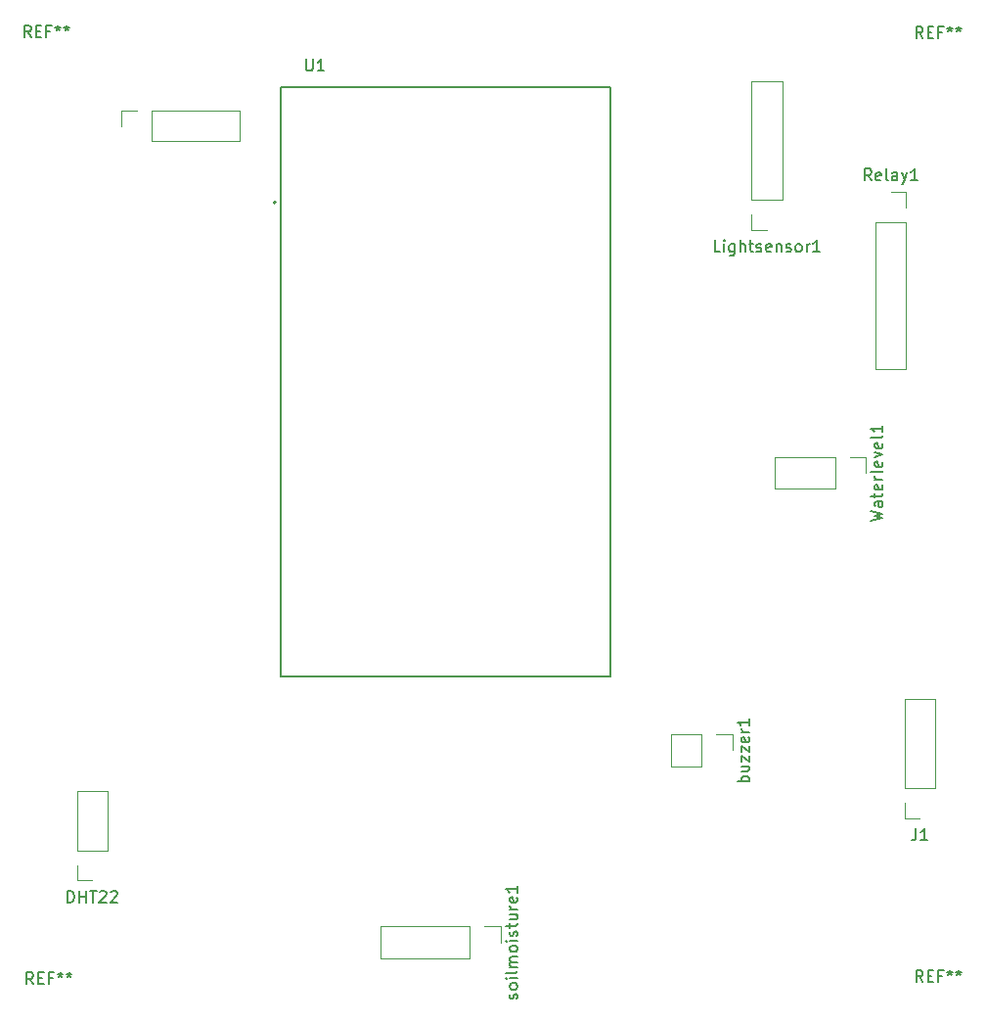
<source format=gto>
%TF.GenerationSoftware,KiCad,Pcbnew,9.0.4*%
%TF.CreationDate,2025-11-06T03:01:08+05:30*%
%TF.ProjectId,project005,70726f6a-6563-4743-9030-352e6b696361,rev?*%
%TF.SameCoordinates,Original*%
%TF.FileFunction,Legend,Top*%
%TF.FilePolarity,Positive*%
%FSLAX46Y46*%
G04 Gerber Fmt 4.6, Leading zero omitted, Abs format (unit mm)*
G04 Created by KiCad (PCBNEW 9.0.4) date 2025-11-06 03:01:08*
%MOMM*%
%LPD*%
G01*
G04 APERTURE LIST*
%ADD10C,0.150000*%
%ADD11C,0.120000*%
%ADD12C,0.127000*%
%ADD13C,0.200000*%
G04 APERTURE END LIST*
D10*
X159866666Y-53404819D02*
X159533333Y-52928628D01*
X159295238Y-53404819D02*
X159295238Y-52404819D01*
X159295238Y-52404819D02*
X159676190Y-52404819D01*
X159676190Y-52404819D02*
X159771428Y-52452438D01*
X159771428Y-52452438D02*
X159819047Y-52500057D01*
X159819047Y-52500057D02*
X159866666Y-52595295D01*
X159866666Y-52595295D02*
X159866666Y-52738152D01*
X159866666Y-52738152D02*
X159819047Y-52833390D01*
X159819047Y-52833390D02*
X159771428Y-52881009D01*
X159771428Y-52881009D02*
X159676190Y-52928628D01*
X159676190Y-52928628D02*
X159295238Y-52928628D01*
X160295238Y-52881009D02*
X160628571Y-52881009D01*
X160771428Y-53404819D02*
X160295238Y-53404819D01*
X160295238Y-53404819D02*
X160295238Y-52404819D01*
X160295238Y-52404819D02*
X160771428Y-52404819D01*
X161533333Y-52881009D02*
X161200000Y-52881009D01*
X161200000Y-53404819D02*
X161200000Y-52404819D01*
X161200000Y-52404819D02*
X161676190Y-52404819D01*
X162200000Y-52404819D02*
X162200000Y-52642914D01*
X161961905Y-52547676D02*
X162200000Y-52642914D01*
X162200000Y-52642914D02*
X162438095Y-52547676D01*
X162057143Y-52833390D02*
X162200000Y-52642914D01*
X162200000Y-52642914D02*
X162342857Y-52833390D01*
X162961905Y-52404819D02*
X162961905Y-52642914D01*
X162723810Y-52547676D02*
X162961905Y-52642914D01*
X162961905Y-52642914D02*
X163200000Y-52547676D01*
X162819048Y-52833390D02*
X162961905Y-52642914D01*
X162961905Y-52642914D02*
X163104762Y-52833390D01*
X142327380Y-71874819D02*
X141851190Y-71874819D01*
X141851190Y-71874819D02*
X141851190Y-70874819D01*
X142660714Y-71874819D02*
X142660714Y-71208152D01*
X142660714Y-70874819D02*
X142613095Y-70922438D01*
X142613095Y-70922438D02*
X142660714Y-70970057D01*
X142660714Y-70970057D02*
X142708333Y-70922438D01*
X142708333Y-70922438D02*
X142660714Y-70874819D01*
X142660714Y-70874819D02*
X142660714Y-70970057D01*
X143565475Y-71208152D02*
X143565475Y-72017676D01*
X143565475Y-72017676D02*
X143517856Y-72112914D01*
X143517856Y-72112914D02*
X143470237Y-72160533D01*
X143470237Y-72160533D02*
X143374999Y-72208152D01*
X143374999Y-72208152D02*
X143232142Y-72208152D01*
X143232142Y-72208152D02*
X143136904Y-72160533D01*
X143565475Y-71827200D02*
X143470237Y-71874819D01*
X143470237Y-71874819D02*
X143279761Y-71874819D01*
X143279761Y-71874819D02*
X143184523Y-71827200D01*
X143184523Y-71827200D02*
X143136904Y-71779580D01*
X143136904Y-71779580D02*
X143089285Y-71684342D01*
X143089285Y-71684342D02*
X143089285Y-71398628D01*
X143089285Y-71398628D02*
X143136904Y-71303390D01*
X143136904Y-71303390D02*
X143184523Y-71255771D01*
X143184523Y-71255771D02*
X143279761Y-71208152D01*
X143279761Y-71208152D02*
X143470237Y-71208152D01*
X143470237Y-71208152D02*
X143565475Y-71255771D01*
X144041666Y-71874819D02*
X144041666Y-70874819D01*
X144470237Y-71874819D02*
X144470237Y-71351009D01*
X144470237Y-71351009D02*
X144422618Y-71255771D01*
X144422618Y-71255771D02*
X144327380Y-71208152D01*
X144327380Y-71208152D02*
X144184523Y-71208152D01*
X144184523Y-71208152D02*
X144089285Y-71255771D01*
X144089285Y-71255771D02*
X144041666Y-71303390D01*
X144803571Y-71208152D02*
X145184523Y-71208152D01*
X144946428Y-70874819D02*
X144946428Y-71731961D01*
X144946428Y-71731961D02*
X144994047Y-71827200D01*
X144994047Y-71827200D02*
X145089285Y-71874819D01*
X145089285Y-71874819D02*
X145184523Y-71874819D01*
X145470238Y-71827200D02*
X145565476Y-71874819D01*
X145565476Y-71874819D02*
X145755952Y-71874819D01*
X145755952Y-71874819D02*
X145851190Y-71827200D01*
X145851190Y-71827200D02*
X145898809Y-71731961D01*
X145898809Y-71731961D02*
X145898809Y-71684342D01*
X145898809Y-71684342D02*
X145851190Y-71589104D01*
X145851190Y-71589104D02*
X145755952Y-71541485D01*
X145755952Y-71541485D02*
X145613095Y-71541485D01*
X145613095Y-71541485D02*
X145517857Y-71493866D01*
X145517857Y-71493866D02*
X145470238Y-71398628D01*
X145470238Y-71398628D02*
X145470238Y-71351009D01*
X145470238Y-71351009D02*
X145517857Y-71255771D01*
X145517857Y-71255771D02*
X145613095Y-71208152D01*
X145613095Y-71208152D02*
X145755952Y-71208152D01*
X145755952Y-71208152D02*
X145851190Y-71255771D01*
X146708333Y-71827200D02*
X146613095Y-71874819D01*
X146613095Y-71874819D02*
X146422619Y-71874819D01*
X146422619Y-71874819D02*
X146327381Y-71827200D01*
X146327381Y-71827200D02*
X146279762Y-71731961D01*
X146279762Y-71731961D02*
X146279762Y-71351009D01*
X146279762Y-71351009D02*
X146327381Y-71255771D01*
X146327381Y-71255771D02*
X146422619Y-71208152D01*
X146422619Y-71208152D02*
X146613095Y-71208152D01*
X146613095Y-71208152D02*
X146708333Y-71255771D01*
X146708333Y-71255771D02*
X146755952Y-71351009D01*
X146755952Y-71351009D02*
X146755952Y-71446247D01*
X146755952Y-71446247D02*
X146279762Y-71541485D01*
X147184524Y-71208152D02*
X147184524Y-71874819D01*
X147184524Y-71303390D02*
X147232143Y-71255771D01*
X147232143Y-71255771D02*
X147327381Y-71208152D01*
X147327381Y-71208152D02*
X147470238Y-71208152D01*
X147470238Y-71208152D02*
X147565476Y-71255771D01*
X147565476Y-71255771D02*
X147613095Y-71351009D01*
X147613095Y-71351009D02*
X147613095Y-71874819D01*
X148041667Y-71827200D02*
X148136905Y-71874819D01*
X148136905Y-71874819D02*
X148327381Y-71874819D01*
X148327381Y-71874819D02*
X148422619Y-71827200D01*
X148422619Y-71827200D02*
X148470238Y-71731961D01*
X148470238Y-71731961D02*
X148470238Y-71684342D01*
X148470238Y-71684342D02*
X148422619Y-71589104D01*
X148422619Y-71589104D02*
X148327381Y-71541485D01*
X148327381Y-71541485D02*
X148184524Y-71541485D01*
X148184524Y-71541485D02*
X148089286Y-71493866D01*
X148089286Y-71493866D02*
X148041667Y-71398628D01*
X148041667Y-71398628D02*
X148041667Y-71351009D01*
X148041667Y-71351009D02*
X148089286Y-71255771D01*
X148089286Y-71255771D02*
X148184524Y-71208152D01*
X148184524Y-71208152D02*
X148327381Y-71208152D01*
X148327381Y-71208152D02*
X148422619Y-71255771D01*
X149041667Y-71874819D02*
X148946429Y-71827200D01*
X148946429Y-71827200D02*
X148898810Y-71779580D01*
X148898810Y-71779580D02*
X148851191Y-71684342D01*
X148851191Y-71684342D02*
X148851191Y-71398628D01*
X148851191Y-71398628D02*
X148898810Y-71303390D01*
X148898810Y-71303390D02*
X148946429Y-71255771D01*
X148946429Y-71255771D02*
X149041667Y-71208152D01*
X149041667Y-71208152D02*
X149184524Y-71208152D01*
X149184524Y-71208152D02*
X149279762Y-71255771D01*
X149279762Y-71255771D02*
X149327381Y-71303390D01*
X149327381Y-71303390D02*
X149375000Y-71398628D01*
X149375000Y-71398628D02*
X149375000Y-71684342D01*
X149375000Y-71684342D02*
X149327381Y-71779580D01*
X149327381Y-71779580D02*
X149279762Y-71827200D01*
X149279762Y-71827200D02*
X149184524Y-71874819D01*
X149184524Y-71874819D02*
X149041667Y-71874819D01*
X149803572Y-71874819D02*
X149803572Y-71208152D01*
X149803572Y-71398628D02*
X149851191Y-71303390D01*
X149851191Y-71303390D02*
X149898810Y-71255771D01*
X149898810Y-71255771D02*
X149994048Y-71208152D01*
X149994048Y-71208152D02*
X150089286Y-71208152D01*
X150946429Y-71874819D02*
X150375001Y-71874819D01*
X150660715Y-71874819D02*
X150660715Y-70874819D01*
X150660715Y-70874819D02*
X150565477Y-71017676D01*
X150565477Y-71017676D02*
X150470239Y-71112914D01*
X150470239Y-71112914D02*
X150375001Y-71160533D01*
X159866666Y-135004819D02*
X159533333Y-134528628D01*
X159295238Y-135004819D02*
X159295238Y-134004819D01*
X159295238Y-134004819D02*
X159676190Y-134004819D01*
X159676190Y-134004819D02*
X159771428Y-134052438D01*
X159771428Y-134052438D02*
X159819047Y-134100057D01*
X159819047Y-134100057D02*
X159866666Y-134195295D01*
X159866666Y-134195295D02*
X159866666Y-134338152D01*
X159866666Y-134338152D02*
X159819047Y-134433390D01*
X159819047Y-134433390D02*
X159771428Y-134481009D01*
X159771428Y-134481009D02*
X159676190Y-134528628D01*
X159676190Y-134528628D02*
X159295238Y-134528628D01*
X160295238Y-134481009D02*
X160628571Y-134481009D01*
X160771428Y-135004819D02*
X160295238Y-135004819D01*
X160295238Y-135004819D02*
X160295238Y-134004819D01*
X160295238Y-134004819D02*
X160771428Y-134004819D01*
X161533333Y-134481009D02*
X161200000Y-134481009D01*
X161200000Y-135004819D02*
X161200000Y-134004819D01*
X161200000Y-134004819D02*
X161676190Y-134004819D01*
X162200000Y-134004819D02*
X162200000Y-134242914D01*
X161961905Y-134147676D02*
X162200000Y-134242914D01*
X162200000Y-134242914D02*
X162438095Y-134147676D01*
X162057143Y-134433390D02*
X162200000Y-134242914D01*
X162200000Y-134242914D02*
X162342857Y-134433390D01*
X162961905Y-134004819D02*
X162961905Y-134242914D01*
X162723810Y-134147676D02*
X162961905Y-134242914D01*
X162961905Y-134242914D02*
X163200000Y-134147676D01*
X162819048Y-134433390D02*
X162961905Y-134242914D01*
X162961905Y-134242914D02*
X163104762Y-134433390D01*
X82866666Y-135204819D02*
X82533333Y-134728628D01*
X82295238Y-135204819D02*
X82295238Y-134204819D01*
X82295238Y-134204819D02*
X82676190Y-134204819D01*
X82676190Y-134204819D02*
X82771428Y-134252438D01*
X82771428Y-134252438D02*
X82819047Y-134300057D01*
X82819047Y-134300057D02*
X82866666Y-134395295D01*
X82866666Y-134395295D02*
X82866666Y-134538152D01*
X82866666Y-134538152D02*
X82819047Y-134633390D01*
X82819047Y-134633390D02*
X82771428Y-134681009D01*
X82771428Y-134681009D02*
X82676190Y-134728628D01*
X82676190Y-134728628D02*
X82295238Y-134728628D01*
X83295238Y-134681009D02*
X83628571Y-134681009D01*
X83771428Y-135204819D02*
X83295238Y-135204819D01*
X83295238Y-135204819D02*
X83295238Y-134204819D01*
X83295238Y-134204819D02*
X83771428Y-134204819D01*
X84533333Y-134681009D02*
X84200000Y-134681009D01*
X84200000Y-135204819D02*
X84200000Y-134204819D01*
X84200000Y-134204819D02*
X84676190Y-134204819D01*
X85200000Y-134204819D02*
X85200000Y-134442914D01*
X84961905Y-134347676D02*
X85200000Y-134442914D01*
X85200000Y-134442914D02*
X85438095Y-134347676D01*
X85057143Y-134633390D02*
X85200000Y-134442914D01*
X85200000Y-134442914D02*
X85342857Y-134633390D01*
X85961905Y-134204819D02*
X85961905Y-134442914D01*
X85723810Y-134347676D02*
X85961905Y-134442914D01*
X85961905Y-134442914D02*
X86200000Y-134347676D01*
X85819048Y-134633390D02*
X85961905Y-134442914D01*
X85961905Y-134442914D02*
X86104762Y-134633390D01*
X155374819Y-95142857D02*
X156374819Y-94904762D01*
X156374819Y-94904762D02*
X155660533Y-94714286D01*
X155660533Y-94714286D02*
X156374819Y-94523810D01*
X156374819Y-94523810D02*
X155374819Y-94285715D01*
X156374819Y-93476191D02*
X155851009Y-93476191D01*
X155851009Y-93476191D02*
X155755771Y-93523810D01*
X155755771Y-93523810D02*
X155708152Y-93619048D01*
X155708152Y-93619048D02*
X155708152Y-93809524D01*
X155708152Y-93809524D02*
X155755771Y-93904762D01*
X156327200Y-93476191D02*
X156374819Y-93571429D01*
X156374819Y-93571429D02*
X156374819Y-93809524D01*
X156374819Y-93809524D02*
X156327200Y-93904762D01*
X156327200Y-93904762D02*
X156231961Y-93952381D01*
X156231961Y-93952381D02*
X156136723Y-93952381D01*
X156136723Y-93952381D02*
X156041485Y-93904762D01*
X156041485Y-93904762D02*
X155993866Y-93809524D01*
X155993866Y-93809524D02*
X155993866Y-93571429D01*
X155993866Y-93571429D02*
X155946247Y-93476191D01*
X155708152Y-93142857D02*
X155708152Y-92761905D01*
X155374819Y-93000000D02*
X156231961Y-93000000D01*
X156231961Y-93000000D02*
X156327200Y-92952381D01*
X156327200Y-92952381D02*
X156374819Y-92857143D01*
X156374819Y-92857143D02*
X156374819Y-92761905D01*
X156327200Y-92047619D02*
X156374819Y-92142857D01*
X156374819Y-92142857D02*
X156374819Y-92333333D01*
X156374819Y-92333333D02*
X156327200Y-92428571D01*
X156327200Y-92428571D02*
X156231961Y-92476190D01*
X156231961Y-92476190D02*
X155851009Y-92476190D01*
X155851009Y-92476190D02*
X155755771Y-92428571D01*
X155755771Y-92428571D02*
X155708152Y-92333333D01*
X155708152Y-92333333D02*
X155708152Y-92142857D01*
X155708152Y-92142857D02*
X155755771Y-92047619D01*
X155755771Y-92047619D02*
X155851009Y-92000000D01*
X155851009Y-92000000D02*
X155946247Y-92000000D01*
X155946247Y-92000000D02*
X156041485Y-92476190D01*
X156374819Y-91571428D02*
X155708152Y-91571428D01*
X155898628Y-91571428D02*
X155803390Y-91523809D01*
X155803390Y-91523809D02*
X155755771Y-91476190D01*
X155755771Y-91476190D02*
X155708152Y-91380952D01*
X155708152Y-91380952D02*
X155708152Y-91285714D01*
X156374819Y-90809523D02*
X156327200Y-90904761D01*
X156327200Y-90904761D02*
X156231961Y-90952380D01*
X156231961Y-90952380D02*
X155374819Y-90952380D01*
X156327200Y-90047618D02*
X156374819Y-90142856D01*
X156374819Y-90142856D02*
X156374819Y-90333332D01*
X156374819Y-90333332D02*
X156327200Y-90428570D01*
X156327200Y-90428570D02*
X156231961Y-90476189D01*
X156231961Y-90476189D02*
X155851009Y-90476189D01*
X155851009Y-90476189D02*
X155755771Y-90428570D01*
X155755771Y-90428570D02*
X155708152Y-90333332D01*
X155708152Y-90333332D02*
X155708152Y-90142856D01*
X155708152Y-90142856D02*
X155755771Y-90047618D01*
X155755771Y-90047618D02*
X155851009Y-89999999D01*
X155851009Y-89999999D02*
X155946247Y-89999999D01*
X155946247Y-89999999D02*
X156041485Y-90476189D01*
X155708152Y-89666665D02*
X156374819Y-89428570D01*
X156374819Y-89428570D02*
X155708152Y-89190475D01*
X156327200Y-88428570D02*
X156374819Y-88523808D01*
X156374819Y-88523808D02*
X156374819Y-88714284D01*
X156374819Y-88714284D02*
X156327200Y-88809522D01*
X156327200Y-88809522D02*
X156231961Y-88857141D01*
X156231961Y-88857141D02*
X155851009Y-88857141D01*
X155851009Y-88857141D02*
X155755771Y-88809522D01*
X155755771Y-88809522D02*
X155708152Y-88714284D01*
X155708152Y-88714284D02*
X155708152Y-88523808D01*
X155708152Y-88523808D02*
X155755771Y-88428570D01*
X155755771Y-88428570D02*
X155851009Y-88380951D01*
X155851009Y-88380951D02*
X155946247Y-88380951D01*
X155946247Y-88380951D02*
X156041485Y-88857141D01*
X156374819Y-87809522D02*
X156327200Y-87904760D01*
X156327200Y-87904760D02*
X156231961Y-87952379D01*
X156231961Y-87952379D02*
X155374819Y-87952379D01*
X156374819Y-86904760D02*
X156374819Y-87476188D01*
X156374819Y-87190474D02*
X155374819Y-87190474D01*
X155374819Y-87190474D02*
X155517676Y-87285712D01*
X155517676Y-87285712D02*
X155612914Y-87380950D01*
X155612914Y-87380950D02*
X155660533Y-87476188D01*
X82666666Y-53304819D02*
X82333333Y-52828628D01*
X82095238Y-53304819D02*
X82095238Y-52304819D01*
X82095238Y-52304819D02*
X82476190Y-52304819D01*
X82476190Y-52304819D02*
X82571428Y-52352438D01*
X82571428Y-52352438D02*
X82619047Y-52400057D01*
X82619047Y-52400057D02*
X82666666Y-52495295D01*
X82666666Y-52495295D02*
X82666666Y-52638152D01*
X82666666Y-52638152D02*
X82619047Y-52733390D01*
X82619047Y-52733390D02*
X82571428Y-52781009D01*
X82571428Y-52781009D02*
X82476190Y-52828628D01*
X82476190Y-52828628D02*
X82095238Y-52828628D01*
X83095238Y-52781009D02*
X83428571Y-52781009D01*
X83571428Y-53304819D02*
X83095238Y-53304819D01*
X83095238Y-53304819D02*
X83095238Y-52304819D01*
X83095238Y-52304819D02*
X83571428Y-52304819D01*
X84333333Y-52781009D02*
X84000000Y-52781009D01*
X84000000Y-53304819D02*
X84000000Y-52304819D01*
X84000000Y-52304819D02*
X84476190Y-52304819D01*
X85000000Y-52304819D02*
X85000000Y-52542914D01*
X84761905Y-52447676D02*
X85000000Y-52542914D01*
X85000000Y-52542914D02*
X85238095Y-52447676D01*
X84857143Y-52733390D02*
X85000000Y-52542914D01*
X85000000Y-52542914D02*
X85142857Y-52733390D01*
X85761905Y-52304819D02*
X85761905Y-52542914D01*
X85523810Y-52447676D02*
X85761905Y-52542914D01*
X85761905Y-52542914D02*
X86000000Y-52447676D01*
X85619048Y-52733390D02*
X85761905Y-52542914D01*
X85761905Y-52542914D02*
X85904762Y-52733390D01*
X85855952Y-128149819D02*
X85855952Y-127149819D01*
X85855952Y-127149819D02*
X86094047Y-127149819D01*
X86094047Y-127149819D02*
X86236904Y-127197438D01*
X86236904Y-127197438D02*
X86332142Y-127292676D01*
X86332142Y-127292676D02*
X86379761Y-127387914D01*
X86379761Y-127387914D02*
X86427380Y-127578390D01*
X86427380Y-127578390D02*
X86427380Y-127721247D01*
X86427380Y-127721247D02*
X86379761Y-127911723D01*
X86379761Y-127911723D02*
X86332142Y-128006961D01*
X86332142Y-128006961D02*
X86236904Y-128102200D01*
X86236904Y-128102200D02*
X86094047Y-128149819D01*
X86094047Y-128149819D02*
X85855952Y-128149819D01*
X86855952Y-128149819D02*
X86855952Y-127149819D01*
X86855952Y-127626009D02*
X87427380Y-127626009D01*
X87427380Y-128149819D02*
X87427380Y-127149819D01*
X87760714Y-127149819D02*
X88332142Y-127149819D01*
X88046428Y-128149819D02*
X88046428Y-127149819D01*
X88617857Y-127245057D02*
X88665476Y-127197438D01*
X88665476Y-127197438D02*
X88760714Y-127149819D01*
X88760714Y-127149819D02*
X88998809Y-127149819D01*
X88998809Y-127149819D02*
X89094047Y-127197438D01*
X89094047Y-127197438D02*
X89141666Y-127245057D01*
X89141666Y-127245057D02*
X89189285Y-127340295D01*
X89189285Y-127340295D02*
X89189285Y-127435533D01*
X89189285Y-127435533D02*
X89141666Y-127578390D01*
X89141666Y-127578390D02*
X88570238Y-128149819D01*
X88570238Y-128149819D02*
X89189285Y-128149819D01*
X89570238Y-127245057D02*
X89617857Y-127197438D01*
X89617857Y-127197438D02*
X89713095Y-127149819D01*
X89713095Y-127149819D02*
X89951190Y-127149819D01*
X89951190Y-127149819D02*
X90046428Y-127197438D01*
X90046428Y-127197438D02*
X90094047Y-127245057D01*
X90094047Y-127245057D02*
X90141666Y-127340295D01*
X90141666Y-127340295D02*
X90141666Y-127435533D01*
X90141666Y-127435533D02*
X90094047Y-127578390D01*
X90094047Y-127578390D02*
X89522619Y-128149819D01*
X89522619Y-128149819D02*
X90141666Y-128149819D01*
X124727200Y-136480952D02*
X124774819Y-136385714D01*
X124774819Y-136385714D02*
X124774819Y-136195238D01*
X124774819Y-136195238D02*
X124727200Y-136100000D01*
X124727200Y-136100000D02*
X124631961Y-136052381D01*
X124631961Y-136052381D02*
X124584342Y-136052381D01*
X124584342Y-136052381D02*
X124489104Y-136100000D01*
X124489104Y-136100000D02*
X124441485Y-136195238D01*
X124441485Y-136195238D02*
X124441485Y-136338095D01*
X124441485Y-136338095D02*
X124393866Y-136433333D01*
X124393866Y-136433333D02*
X124298628Y-136480952D01*
X124298628Y-136480952D02*
X124251009Y-136480952D01*
X124251009Y-136480952D02*
X124155771Y-136433333D01*
X124155771Y-136433333D02*
X124108152Y-136338095D01*
X124108152Y-136338095D02*
X124108152Y-136195238D01*
X124108152Y-136195238D02*
X124155771Y-136100000D01*
X124774819Y-135480952D02*
X124727200Y-135576190D01*
X124727200Y-135576190D02*
X124679580Y-135623809D01*
X124679580Y-135623809D02*
X124584342Y-135671428D01*
X124584342Y-135671428D02*
X124298628Y-135671428D01*
X124298628Y-135671428D02*
X124203390Y-135623809D01*
X124203390Y-135623809D02*
X124155771Y-135576190D01*
X124155771Y-135576190D02*
X124108152Y-135480952D01*
X124108152Y-135480952D02*
X124108152Y-135338095D01*
X124108152Y-135338095D02*
X124155771Y-135242857D01*
X124155771Y-135242857D02*
X124203390Y-135195238D01*
X124203390Y-135195238D02*
X124298628Y-135147619D01*
X124298628Y-135147619D02*
X124584342Y-135147619D01*
X124584342Y-135147619D02*
X124679580Y-135195238D01*
X124679580Y-135195238D02*
X124727200Y-135242857D01*
X124727200Y-135242857D02*
X124774819Y-135338095D01*
X124774819Y-135338095D02*
X124774819Y-135480952D01*
X124774819Y-134719047D02*
X124108152Y-134719047D01*
X123774819Y-134719047D02*
X123822438Y-134766666D01*
X123822438Y-134766666D02*
X123870057Y-134719047D01*
X123870057Y-134719047D02*
X123822438Y-134671428D01*
X123822438Y-134671428D02*
X123774819Y-134719047D01*
X123774819Y-134719047D02*
X123870057Y-134719047D01*
X124774819Y-134100000D02*
X124727200Y-134195238D01*
X124727200Y-134195238D02*
X124631961Y-134242857D01*
X124631961Y-134242857D02*
X123774819Y-134242857D01*
X124774819Y-133719047D02*
X124108152Y-133719047D01*
X124203390Y-133719047D02*
X124155771Y-133671428D01*
X124155771Y-133671428D02*
X124108152Y-133576190D01*
X124108152Y-133576190D02*
X124108152Y-133433333D01*
X124108152Y-133433333D02*
X124155771Y-133338095D01*
X124155771Y-133338095D02*
X124251009Y-133290476D01*
X124251009Y-133290476D02*
X124774819Y-133290476D01*
X124251009Y-133290476D02*
X124155771Y-133242857D01*
X124155771Y-133242857D02*
X124108152Y-133147619D01*
X124108152Y-133147619D02*
X124108152Y-133004762D01*
X124108152Y-133004762D02*
X124155771Y-132909523D01*
X124155771Y-132909523D02*
X124251009Y-132861904D01*
X124251009Y-132861904D02*
X124774819Y-132861904D01*
X124774819Y-132242857D02*
X124727200Y-132338095D01*
X124727200Y-132338095D02*
X124679580Y-132385714D01*
X124679580Y-132385714D02*
X124584342Y-132433333D01*
X124584342Y-132433333D02*
X124298628Y-132433333D01*
X124298628Y-132433333D02*
X124203390Y-132385714D01*
X124203390Y-132385714D02*
X124155771Y-132338095D01*
X124155771Y-132338095D02*
X124108152Y-132242857D01*
X124108152Y-132242857D02*
X124108152Y-132100000D01*
X124108152Y-132100000D02*
X124155771Y-132004762D01*
X124155771Y-132004762D02*
X124203390Y-131957143D01*
X124203390Y-131957143D02*
X124298628Y-131909524D01*
X124298628Y-131909524D02*
X124584342Y-131909524D01*
X124584342Y-131909524D02*
X124679580Y-131957143D01*
X124679580Y-131957143D02*
X124727200Y-132004762D01*
X124727200Y-132004762D02*
X124774819Y-132100000D01*
X124774819Y-132100000D02*
X124774819Y-132242857D01*
X124774819Y-131480952D02*
X124108152Y-131480952D01*
X123774819Y-131480952D02*
X123822438Y-131528571D01*
X123822438Y-131528571D02*
X123870057Y-131480952D01*
X123870057Y-131480952D02*
X123822438Y-131433333D01*
X123822438Y-131433333D02*
X123774819Y-131480952D01*
X123774819Y-131480952D02*
X123870057Y-131480952D01*
X124727200Y-131052381D02*
X124774819Y-130957143D01*
X124774819Y-130957143D02*
X124774819Y-130766667D01*
X124774819Y-130766667D02*
X124727200Y-130671429D01*
X124727200Y-130671429D02*
X124631961Y-130623810D01*
X124631961Y-130623810D02*
X124584342Y-130623810D01*
X124584342Y-130623810D02*
X124489104Y-130671429D01*
X124489104Y-130671429D02*
X124441485Y-130766667D01*
X124441485Y-130766667D02*
X124441485Y-130909524D01*
X124441485Y-130909524D02*
X124393866Y-131004762D01*
X124393866Y-131004762D02*
X124298628Y-131052381D01*
X124298628Y-131052381D02*
X124251009Y-131052381D01*
X124251009Y-131052381D02*
X124155771Y-131004762D01*
X124155771Y-131004762D02*
X124108152Y-130909524D01*
X124108152Y-130909524D02*
X124108152Y-130766667D01*
X124108152Y-130766667D02*
X124155771Y-130671429D01*
X124108152Y-130338095D02*
X124108152Y-129957143D01*
X123774819Y-130195238D02*
X124631961Y-130195238D01*
X124631961Y-130195238D02*
X124727200Y-130147619D01*
X124727200Y-130147619D02*
X124774819Y-130052381D01*
X124774819Y-130052381D02*
X124774819Y-129957143D01*
X124108152Y-129195238D02*
X124774819Y-129195238D01*
X124108152Y-129623809D02*
X124631961Y-129623809D01*
X124631961Y-129623809D02*
X124727200Y-129576190D01*
X124727200Y-129576190D02*
X124774819Y-129480952D01*
X124774819Y-129480952D02*
X124774819Y-129338095D01*
X124774819Y-129338095D02*
X124727200Y-129242857D01*
X124727200Y-129242857D02*
X124679580Y-129195238D01*
X124774819Y-128719047D02*
X124108152Y-128719047D01*
X124298628Y-128719047D02*
X124203390Y-128671428D01*
X124203390Y-128671428D02*
X124155771Y-128623809D01*
X124155771Y-128623809D02*
X124108152Y-128528571D01*
X124108152Y-128528571D02*
X124108152Y-128433333D01*
X124727200Y-127719047D02*
X124774819Y-127814285D01*
X124774819Y-127814285D02*
X124774819Y-128004761D01*
X124774819Y-128004761D02*
X124727200Y-128099999D01*
X124727200Y-128099999D02*
X124631961Y-128147618D01*
X124631961Y-128147618D02*
X124251009Y-128147618D01*
X124251009Y-128147618D02*
X124155771Y-128099999D01*
X124155771Y-128099999D02*
X124108152Y-128004761D01*
X124108152Y-128004761D02*
X124108152Y-127814285D01*
X124108152Y-127814285D02*
X124155771Y-127719047D01*
X124155771Y-127719047D02*
X124251009Y-127671428D01*
X124251009Y-127671428D02*
X124346247Y-127671428D01*
X124346247Y-127671428D02*
X124441485Y-128147618D01*
X124774819Y-126719047D02*
X124774819Y-127290475D01*
X124774819Y-127004761D02*
X123774819Y-127004761D01*
X123774819Y-127004761D02*
X123917676Y-127099999D01*
X123917676Y-127099999D02*
X124012914Y-127195237D01*
X124012914Y-127195237D02*
X124060533Y-127290475D01*
X155409523Y-65704819D02*
X155076190Y-65228628D01*
X154838095Y-65704819D02*
X154838095Y-64704819D01*
X154838095Y-64704819D02*
X155219047Y-64704819D01*
X155219047Y-64704819D02*
X155314285Y-64752438D01*
X155314285Y-64752438D02*
X155361904Y-64800057D01*
X155361904Y-64800057D02*
X155409523Y-64895295D01*
X155409523Y-64895295D02*
X155409523Y-65038152D01*
X155409523Y-65038152D02*
X155361904Y-65133390D01*
X155361904Y-65133390D02*
X155314285Y-65181009D01*
X155314285Y-65181009D02*
X155219047Y-65228628D01*
X155219047Y-65228628D02*
X154838095Y-65228628D01*
X156219047Y-65657200D02*
X156123809Y-65704819D01*
X156123809Y-65704819D02*
X155933333Y-65704819D01*
X155933333Y-65704819D02*
X155838095Y-65657200D01*
X155838095Y-65657200D02*
X155790476Y-65561961D01*
X155790476Y-65561961D02*
X155790476Y-65181009D01*
X155790476Y-65181009D02*
X155838095Y-65085771D01*
X155838095Y-65085771D02*
X155933333Y-65038152D01*
X155933333Y-65038152D02*
X156123809Y-65038152D01*
X156123809Y-65038152D02*
X156219047Y-65085771D01*
X156219047Y-65085771D02*
X156266666Y-65181009D01*
X156266666Y-65181009D02*
X156266666Y-65276247D01*
X156266666Y-65276247D02*
X155790476Y-65371485D01*
X156838095Y-65704819D02*
X156742857Y-65657200D01*
X156742857Y-65657200D02*
X156695238Y-65561961D01*
X156695238Y-65561961D02*
X156695238Y-64704819D01*
X157647619Y-65704819D02*
X157647619Y-65181009D01*
X157647619Y-65181009D02*
X157600000Y-65085771D01*
X157600000Y-65085771D02*
X157504762Y-65038152D01*
X157504762Y-65038152D02*
X157314286Y-65038152D01*
X157314286Y-65038152D02*
X157219048Y-65085771D01*
X157647619Y-65657200D02*
X157552381Y-65704819D01*
X157552381Y-65704819D02*
X157314286Y-65704819D01*
X157314286Y-65704819D02*
X157219048Y-65657200D01*
X157219048Y-65657200D02*
X157171429Y-65561961D01*
X157171429Y-65561961D02*
X157171429Y-65466723D01*
X157171429Y-65466723D02*
X157219048Y-65371485D01*
X157219048Y-65371485D02*
X157314286Y-65323866D01*
X157314286Y-65323866D02*
X157552381Y-65323866D01*
X157552381Y-65323866D02*
X157647619Y-65276247D01*
X158028572Y-65038152D02*
X158266667Y-65704819D01*
X158504762Y-65038152D02*
X158266667Y-65704819D01*
X158266667Y-65704819D02*
X158171429Y-65942914D01*
X158171429Y-65942914D02*
X158123810Y-65990533D01*
X158123810Y-65990533D02*
X158028572Y-66038152D01*
X159409524Y-65704819D02*
X158838096Y-65704819D01*
X159123810Y-65704819D02*
X159123810Y-64704819D01*
X159123810Y-64704819D02*
X159028572Y-64847676D01*
X159028572Y-64847676D02*
X158933334Y-64942914D01*
X158933334Y-64942914D02*
X158838096Y-64990533D01*
X144834819Y-117690476D02*
X143834819Y-117690476D01*
X144215771Y-117690476D02*
X144168152Y-117595238D01*
X144168152Y-117595238D02*
X144168152Y-117404762D01*
X144168152Y-117404762D02*
X144215771Y-117309524D01*
X144215771Y-117309524D02*
X144263390Y-117261905D01*
X144263390Y-117261905D02*
X144358628Y-117214286D01*
X144358628Y-117214286D02*
X144644342Y-117214286D01*
X144644342Y-117214286D02*
X144739580Y-117261905D01*
X144739580Y-117261905D02*
X144787200Y-117309524D01*
X144787200Y-117309524D02*
X144834819Y-117404762D01*
X144834819Y-117404762D02*
X144834819Y-117595238D01*
X144834819Y-117595238D02*
X144787200Y-117690476D01*
X144168152Y-116357143D02*
X144834819Y-116357143D01*
X144168152Y-116785714D02*
X144691961Y-116785714D01*
X144691961Y-116785714D02*
X144787200Y-116738095D01*
X144787200Y-116738095D02*
X144834819Y-116642857D01*
X144834819Y-116642857D02*
X144834819Y-116500000D01*
X144834819Y-116500000D02*
X144787200Y-116404762D01*
X144787200Y-116404762D02*
X144739580Y-116357143D01*
X144168152Y-115976190D02*
X144168152Y-115452381D01*
X144168152Y-115452381D02*
X144834819Y-115976190D01*
X144834819Y-115976190D02*
X144834819Y-115452381D01*
X144168152Y-115166666D02*
X144168152Y-114642857D01*
X144168152Y-114642857D02*
X144834819Y-115166666D01*
X144834819Y-115166666D02*
X144834819Y-114642857D01*
X144787200Y-113880952D02*
X144834819Y-113976190D01*
X144834819Y-113976190D02*
X144834819Y-114166666D01*
X144834819Y-114166666D02*
X144787200Y-114261904D01*
X144787200Y-114261904D02*
X144691961Y-114309523D01*
X144691961Y-114309523D02*
X144311009Y-114309523D01*
X144311009Y-114309523D02*
X144215771Y-114261904D01*
X144215771Y-114261904D02*
X144168152Y-114166666D01*
X144168152Y-114166666D02*
X144168152Y-113976190D01*
X144168152Y-113976190D02*
X144215771Y-113880952D01*
X144215771Y-113880952D02*
X144311009Y-113833333D01*
X144311009Y-113833333D02*
X144406247Y-113833333D01*
X144406247Y-113833333D02*
X144501485Y-114309523D01*
X144834819Y-113404761D02*
X144168152Y-113404761D01*
X144358628Y-113404761D02*
X144263390Y-113357142D01*
X144263390Y-113357142D02*
X144215771Y-113309523D01*
X144215771Y-113309523D02*
X144168152Y-113214285D01*
X144168152Y-113214285D02*
X144168152Y-113119047D01*
X144834819Y-112261904D02*
X144834819Y-112833332D01*
X144834819Y-112547618D02*
X143834819Y-112547618D01*
X143834819Y-112547618D02*
X143977676Y-112642856D01*
X143977676Y-112642856D02*
X144072914Y-112738094D01*
X144072914Y-112738094D02*
X144120533Y-112833332D01*
X159266666Y-121764819D02*
X159266666Y-122479104D01*
X159266666Y-122479104D02*
X159219047Y-122621961D01*
X159219047Y-122621961D02*
X159123809Y-122717200D01*
X159123809Y-122717200D02*
X158980952Y-122764819D01*
X158980952Y-122764819D02*
X158885714Y-122764819D01*
X160266666Y-122764819D02*
X159695238Y-122764819D01*
X159980952Y-122764819D02*
X159980952Y-121764819D01*
X159980952Y-121764819D02*
X159885714Y-121907676D01*
X159885714Y-121907676D02*
X159790476Y-122002914D01*
X159790476Y-122002914D02*
X159695238Y-122050533D01*
X106483095Y-55209819D02*
X106483095Y-56019342D01*
X106483095Y-56019342D02*
X106530714Y-56114580D01*
X106530714Y-56114580D02*
X106578333Y-56162200D01*
X106578333Y-56162200D02*
X106673571Y-56209819D01*
X106673571Y-56209819D02*
X106864047Y-56209819D01*
X106864047Y-56209819D02*
X106959285Y-56162200D01*
X106959285Y-56162200D02*
X107006904Y-56114580D01*
X107006904Y-56114580D02*
X107054523Y-56019342D01*
X107054523Y-56019342D02*
X107054523Y-55209819D01*
X108054523Y-56209819D02*
X107483095Y-56209819D01*
X107768809Y-56209819D02*
X107768809Y-55209819D01*
X107768809Y-55209819D02*
X107673571Y-55352676D01*
X107673571Y-55352676D02*
X107578333Y-55447914D01*
X107578333Y-55447914D02*
X107483095Y-55495533D01*
D11*
%TO.C,Lightsensor1*%
X145045000Y-67380000D02*
X145045000Y-57160000D01*
X145045000Y-69980000D02*
X145045000Y-68650000D01*
X146375000Y-69980000D02*
X145045000Y-69980000D01*
X147705000Y-57160000D02*
X145045000Y-57160000D01*
X147705000Y-67380000D02*
X145045000Y-67380000D01*
X147705000Y-67380000D02*
X147705000Y-57160000D01*
%TO.C,Waterlevel1*%
X147080000Y-89620000D02*
X147080000Y-92380000D01*
X152270000Y-89620000D02*
X147080000Y-89620000D01*
X152270000Y-89620000D02*
X152270000Y-92380000D01*
X152270000Y-92380000D02*
X147080000Y-92380000D01*
X153540000Y-89620000D02*
X154920000Y-89620000D01*
X154920000Y-89620000D02*
X154920000Y-91000000D01*
%TO.C,DHT22*%
X86645000Y-123655000D02*
X86645000Y-118515000D01*
X86645000Y-126255000D02*
X86645000Y-124925000D01*
X87975000Y-126255000D02*
X86645000Y-126255000D01*
X89305000Y-118515000D02*
X86645000Y-118515000D01*
X89305000Y-123655000D02*
X86645000Y-123655000D01*
X89305000Y-123655000D02*
X89305000Y-118515000D01*
%TO.C,OLED1*%
X90470000Y-59670000D02*
X91800000Y-59670000D01*
X90470000Y-61000000D02*
X90470000Y-59670000D01*
X93070000Y-59670000D02*
X100750000Y-59670000D01*
X93070000Y-62330000D02*
X93070000Y-59670000D01*
X93070000Y-62330000D02*
X100750000Y-62330000D01*
X100750000Y-62330000D02*
X100750000Y-59670000D01*
%TO.C,soilmoisture1*%
X112940000Y-130220000D02*
X112940000Y-132980000D01*
X120670000Y-130220000D02*
X112940000Y-130220000D01*
X120670000Y-130220000D02*
X120670000Y-132980000D01*
X120670000Y-132980000D02*
X112940000Y-132980000D01*
X121940000Y-130220000D02*
X123320000Y-130220000D01*
X123320000Y-130220000D02*
X123320000Y-131600000D01*
%TO.C,Relay1*%
X155770000Y-69290000D02*
X155770000Y-82050000D01*
X155770000Y-69290000D02*
X158430000Y-69290000D01*
X155770000Y-82050000D02*
X158430000Y-82050000D01*
X157100000Y-66690000D02*
X158430000Y-66690000D01*
X158430000Y-66690000D02*
X158430000Y-68020000D01*
X158430000Y-69290000D02*
X158430000Y-82050000D01*
%TO.C,buzzer1*%
X138080000Y-113620000D02*
X138080000Y-116380000D01*
X140730000Y-113620000D02*
X138080000Y-113620000D01*
X140730000Y-113620000D02*
X140730000Y-116380000D01*
X140730000Y-116380000D02*
X138080000Y-116380000D01*
X142000000Y-113620000D02*
X143380000Y-113620000D01*
X143380000Y-113620000D02*
X143380000Y-115000000D01*
%TO.C,J1*%
X158270000Y-118270000D02*
X158270000Y-110590000D01*
X158270000Y-120870000D02*
X158270000Y-119540000D01*
X159600000Y-120870000D02*
X158270000Y-120870000D01*
X160930000Y-110590000D02*
X158270000Y-110590000D01*
X160930000Y-118270000D02*
X158270000Y-118270000D01*
X160930000Y-118270000D02*
X160930000Y-110590000D01*
D12*
%TO.C,U1*%
X104320000Y-57640000D02*
X115389000Y-57640000D01*
X104320000Y-57640000D02*
X132830000Y-57640000D01*
X104320000Y-108590000D02*
X104320000Y-57640000D01*
X104320000Y-108590000D02*
X104320000Y-57640000D01*
X104320000Y-108590000D02*
X109690000Y-108590000D01*
X109690000Y-108590000D02*
X127380000Y-108590000D01*
X115389000Y-57640000D02*
X122100000Y-57640000D01*
X122100000Y-57640000D02*
X132830000Y-57640000D01*
X127380000Y-108590000D02*
X132830000Y-108590000D01*
X132830000Y-57640000D02*
X132830000Y-108590000D01*
X132830000Y-57640000D02*
X132830000Y-108590000D01*
X132830000Y-108590000D02*
X104320000Y-108590000D01*
D13*
X103850000Y-67600000D02*
G75*
G02*
X103650000Y-67600000I-100000J0D01*
G01*
X103650000Y-67600000D02*
G75*
G02*
X103850000Y-67600000I100000J0D01*
G01*
%TD*%
M02*

</source>
